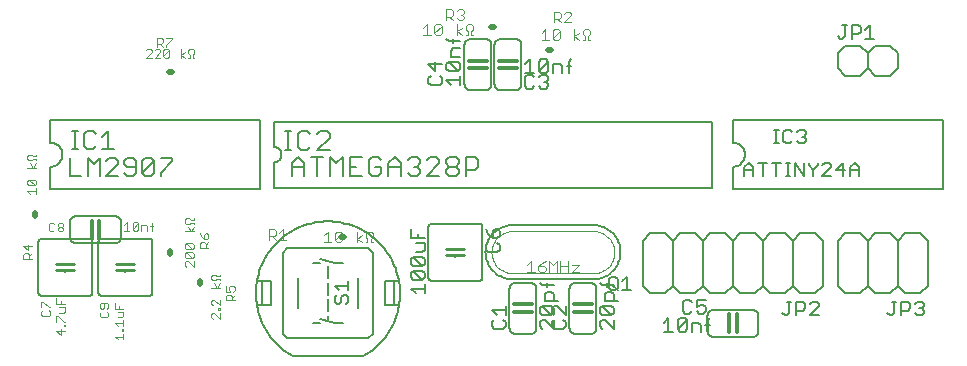
<source format=gto>
G75*
%MOIN*%
%OFA0B0*%
%FSLAX24Y24*%
%IPPOS*%
%LPD*%
%AMOC8*
5,1,8,0,0,1.08239X$1,22.5*
%
%ADD10C,0.0060*%
%ADD11C,0.0050*%
%ADD12C,0.0070*%
%ADD13C,0.0020*%
%ADD14C,0.0040*%
%ADD15C,0.0200*%
%ADD16C,0.0120*%
%ADD17C,0.0100*%
%ADD18C,0.0030*%
D10*
X000915Y002155D02*
X002515Y002155D01*
X002532Y002157D01*
X002549Y002161D01*
X002565Y002168D01*
X002579Y002178D01*
X002592Y002191D01*
X002602Y002205D01*
X002609Y002221D01*
X002613Y002238D01*
X002615Y002255D01*
X002615Y003955D01*
X002613Y003972D01*
X002609Y003989D01*
X002602Y004005D01*
X002592Y004019D01*
X002579Y004032D01*
X002565Y004042D01*
X002549Y004049D01*
X002532Y004053D01*
X002515Y004055D01*
X000915Y004055D01*
X000898Y004053D01*
X000881Y004049D01*
X000865Y004042D01*
X000851Y004032D01*
X000838Y004019D01*
X000828Y004005D01*
X000821Y003989D01*
X000817Y003972D01*
X000815Y003955D01*
X000815Y002255D01*
X000817Y002238D01*
X000821Y002221D01*
X000828Y002205D01*
X000838Y002191D01*
X000851Y002178D01*
X000865Y002168D01*
X000881Y002161D01*
X000898Y002157D01*
X000915Y002155D01*
X001715Y002955D02*
X001715Y003005D01*
X001715Y003205D02*
X001715Y003255D01*
X002065Y003905D02*
X003365Y003905D01*
X003391Y003907D01*
X003417Y003912D01*
X003442Y003920D01*
X003465Y003932D01*
X003487Y003946D01*
X003506Y003964D01*
X003524Y003983D01*
X003538Y004005D01*
X003550Y004028D01*
X003558Y004053D01*
X003563Y004079D01*
X003565Y004105D01*
X003565Y004605D01*
X003563Y004631D01*
X003558Y004657D01*
X003550Y004682D01*
X003538Y004705D01*
X003524Y004727D01*
X003506Y004746D01*
X003487Y004764D01*
X003465Y004778D01*
X003442Y004790D01*
X003417Y004798D01*
X003391Y004803D01*
X003365Y004805D01*
X002065Y004805D01*
X002039Y004803D01*
X002013Y004798D01*
X001988Y004790D01*
X001965Y004778D01*
X001943Y004764D01*
X001924Y004746D01*
X001906Y004727D01*
X001892Y004705D01*
X001880Y004682D01*
X001872Y004657D01*
X001867Y004631D01*
X001865Y004605D01*
X001865Y004105D01*
X001867Y004079D01*
X001872Y004053D01*
X001880Y004028D01*
X001892Y004005D01*
X001906Y003983D01*
X001924Y003964D01*
X001943Y003946D01*
X001965Y003932D01*
X001988Y003920D01*
X002013Y003912D01*
X002039Y003907D01*
X002065Y003905D01*
X002815Y003955D02*
X002815Y002255D01*
X002817Y002238D01*
X002821Y002221D01*
X002828Y002205D01*
X002838Y002191D01*
X002851Y002178D01*
X002865Y002168D01*
X002881Y002161D01*
X002898Y002157D01*
X002915Y002155D01*
X004515Y002155D01*
X004532Y002157D01*
X004549Y002161D01*
X004565Y002168D01*
X004579Y002178D01*
X004592Y002191D01*
X004602Y002205D01*
X004609Y002221D01*
X004613Y002238D01*
X004615Y002255D01*
X004615Y003955D01*
X004613Y003972D01*
X004609Y003989D01*
X004602Y004005D01*
X004592Y004019D01*
X004579Y004032D01*
X004565Y004042D01*
X004549Y004049D01*
X004532Y004053D01*
X004515Y004055D01*
X002915Y004055D01*
X002898Y004053D01*
X002881Y004049D01*
X002865Y004042D01*
X002851Y004032D01*
X002838Y004019D01*
X002828Y004005D01*
X002821Y003989D01*
X002817Y003972D01*
X002815Y003955D01*
X003715Y003255D02*
X003715Y003205D01*
X003715Y003005D02*
X003715Y002955D01*
X008115Y002630D02*
X008265Y002630D01*
X008265Y001830D01*
X008115Y001830D01*
X008265Y001830D02*
X008565Y001830D01*
X008565Y002630D01*
X008265Y002630D01*
X009465Y002730D02*
X009465Y001730D01*
X010215Y001380D02*
X010715Y001230D01*
X010965Y001230D01*
X010465Y001330D02*
X010465Y001480D01*
X010465Y001630D02*
X010465Y002030D01*
X010465Y002180D02*
X010465Y002580D01*
X010465Y002730D02*
X010465Y003130D01*
X010215Y003230D02*
X009965Y003230D01*
X010215Y003380D02*
X010715Y003230D01*
X010965Y003230D01*
X011815Y003730D02*
X011965Y003580D01*
X011965Y000880D01*
X011815Y000730D01*
X009115Y000730D01*
X008965Y000880D01*
X008965Y003580D01*
X009115Y003730D01*
X011815Y003730D01*
X013815Y004455D02*
X013815Y002755D01*
X013817Y002738D01*
X013821Y002721D01*
X013828Y002705D01*
X013838Y002691D01*
X013851Y002678D01*
X013865Y002668D01*
X013881Y002661D01*
X013898Y002657D01*
X013915Y002655D01*
X015515Y002655D01*
X015532Y002657D01*
X015549Y002661D01*
X015565Y002668D01*
X015579Y002678D01*
X015592Y002691D01*
X015602Y002705D01*
X015609Y002721D01*
X015613Y002738D01*
X015615Y002755D01*
X015615Y004455D01*
X015613Y004472D01*
X015609Y004489D01*
X015602Y004505D01*
X015592Y004519D01*
X015579Y004532D01*
X015565Y004542D01*
X015549Y004549D01*
X015532Y004553D01*
X015515Y004555D01*
X013915Y004555D01*
X013898Y004553D01*
X013881Y004549D01*
X013865Y004542D01*
X013851Y004532D01*
X013838Y004519D01*
X013828Y004505D01*
X013821Y004489D01*
X013817Y004472D01*
X013815Y004455D01*
X014715Y003755D02*
X014715Y003705D01*
X014715Y003505D02*
X014715Y003455D01*
X016615Y002705D02*
X016556Y002707D01*
X016498Y002713D01*
X016439Y002722D01*
X016382Y002736D01*
X016326Y002753D01*
X016271Y002774D01*
X016217Y002798D01*
X016165Y002826D01*
X016115Y002857D01*
X016067Y002891D01*
X016022Y002928D01*
X015979Y002969D01*
X015938Y003012D01*
X015901Y003057D01*
X015867Y003105D01*
X015836Y003155D01*
X015808Y003207D01*
X015784Y003261D01*
X015763Y003316D01*
X015746Y003372D01*
X015732Y003429D01*
X015723Y003488D01*
X015717Y003546D01*
X015715Y003605D01*
X015717Y003664D01*
X015723Y003722D01*
X015732Y003781D01*
X015746Y003838D01*
X015763Y003894D01*
X015784Y003949D01*
X015808Y004003D01*
X015836Y004055D01*
X015867Y004105D01*
X015901Y004153D01*
X015938Y004198D01*
X015979Y004241D01*
X016022Y004282D01*
X016067Y004319D01*
X016115Y004353D01*
X016165Y004384D01*
X016217Y004412D01*
X016271Y004436D01*
X016326Y004457D01*
X016382Y004474D01*
X016439Y004488D01*
X016498Y004497D01*
X016556Y004503D01*
X016615Y004505D01*
X019315Y004505D01*
X020965Y003980D02*
X020965Y002480D01*
X021215Y002230D01*
X021715Y002230D01*
X021965Y002480D01*
X021965Y003980D01*
X021715Y004230D01*
X021215Y004230D01*
X020965Y003980D01*
X021965Y003980D02*
X022215Y004230D01*
X022715Y004230D01*
X022965Y003980D01*
X022965Y002480D01*
X022715Y002230D01*
X022215Y002230D01*
X021965Y002480D01*
X022965Y002480D02*
X023215Y002230D01*
X023715Y002230D01*
X023965Y002480D01*
X023965Y003980D01*
X023715Y004230D01*
X023215Y004230D01*
X022965Y003980D01*
X023965Y003980D02*
X024215Y004230D01*
X024715Y004230D01*
X024965Y003980D01*
X024965Y002480D01*
X024715Y002230D01*
X024215Y002230D01*
X023965Y002480D01*
X024965Y002480D02*
X025215Y002230D01*
X025715Y002230D01*
X025965Y002480D01*
X025965Y003980D01*
X025715Y004230D01*
X025215Y004230D01*
X024965Y003980D01*
X025965Y003980D02*
X026215Y004230D01*
X026715Y004230D01*
X026965Y003980D01*
X026965Y002480D01*
X026715Y002230D01*
X026215Y002230D01*
X025965Y002480D01*
X027465Y002480D02*
X027465Y003980D01*
X027715Y004230D01*
X028215Y004230D01*
X028465Y003980D01*
X028465Y002480D01*
X028215Y002230D01*
X027715Y002230D01*
X027465Y002480D01*
X028465Y002480D02*
X028715Y002230D01*
X029215Y002230D01*
X029465Y002480D01*
X029465Y003980D01*
X029215Y004230D01*
X028715Y004230D01*
X028465Y003980D01*
X029465Y003980D02*
X029715Y004230D01*
X030215Y004230D01*
X030465Y003980D01*
X030465Y002480D01*
X030215Y002230D01*
X029715Y002230D01*
X029465Y002480D01*
X024815Y001480D02*
X024815Y000980D01*
X024813Y000954D01*
X024808Y000928D01*
X024800Y000903D01*
X024788Y000880D01*
X024774Y000858D01*
X024756Y000839D01*
X024737Y000821D01*
X024715Y000807D01*
X024692Y000795D01*
X024667Y000787D01*
X024641Y000782D01*
X024615Y000780D01*
X023315Y000780D01*
X023289Y000782D01*
X023263Y000787D01*
X023238Y000795D01*
X023215Y000807D01*
X023193Y000821D01*
X023174Y000839D01*
X023156Y000858D01*
X023142Y000880D01*
X023130Y000903D01*
X023122Y000928D01*
X023117Y000954D01*
X023115Y000980D01*
X023115Y001480D01*
X023117Y001506D01*
X023122Y001532D01*
X023130Y001557D01*
X023142Y001580D01*
X023156Y001602D01*
X023174Y001621D01*
X023193Y001639D01*
X023215Y001653D01*
X023238Y001665D01*
X023263Y001673D01*
X023289Y001678D01*
X023315Y001680D01*
X024615Y001680D01*
X024641Y001678D01*
X024667Y001673D01*
X024692Y001665D01*
X024715Y001653D01*
X024737Y001639D01*
X024756Y001621D01*
X024774Y001602D01*
X024788Y001580D01*
X024800Y001557D01*
X024808Y001532D01*
X024813Y001506D01*
X024815Y001480D01*
X019415Y001080D02*
X019415Y002380D01*
X019413Y002406D01*
X019408Y002432D01*
X019400Y002457D01*
X019388Y002480D01*
X019374Y002502D01*
X019356Y002521D01*
X019337Y002539D01*
X019315Y002553D01*
X019292Y002565D01*
X019267Y002573D01*
X019241Y002578D01*
X019215Y002580D01*
X018715Y002580D01*
X018689Y002578D01*
X018663Y002573D01*
X018638Y002565D01*
X018615Y002553D01*
X018593Y002539D01*
X018574Y002521D01*
X018556Y002502D01*
X018542Y002480D01*
X018530Y002457D01*
X018522Y002432D01*
X018517Y002406D01*
X018515Y002380D01*
X018515Y001080D01*
X018517Y001054D01*
X018522Y001028D01*
X018530Y001003D01*
X018542Y000980D01*
X018556Y000958D01*
X018574Y000939D01*
X018593Y000921D01*
X018615Y000907D01*
X018638Y000895D01*
X018663Y000887D01*
X018689Y000882D01*
X018715Y000880D01*
X019215Y000880D01*
X019241Y000882D01*
X019267Y000887D01*
X019292Y000895D01*
X019315Y000907D01*
X019337Y000921D01*
X019356Y000939D01*
X019374Y000958D01*
X019388Y000980D01*
X019400Y001003D01*
X019408Y001028D01*
X019413Y001054D01*
X019415Y001080D01*
X017415Y001080D02*
X017415Y002380D01*
X017413Y002406D01*
X017408Y002432D01*
X017400Y002457D01*
X017388Y002480D01*
X017374Y002502D01*
X017356Y002521D01*
X017337Y002539D01*
X017315Y002553D01*
X017292Y002565D01*
X017267Y002573D01*
X017241Y002578D01*
X017215Y002580D01*
X016715Y002580D01*
X016615Y002705D02*
X019315Y002705D01*
X019374Y002707D01*
X019432Y002713D01*
X019491Y002722D01*
X019548Y002736D01*
X019604Y002753D01*
X019659Y002774D01*
X019713Y002798D01*
X019765Y002826D01*
X019815Y002857D01*
X019863Y002891D01*
X019908Y002928D01*
X019951Y002969D01*
X019992Y003012D01*
X020029Y003057D01*
X020063Y003105D01*
X020094Y003155D01*
X020122Y003207D01*
X020146Y003261D01*
X020167Y003316D01*
X020184Y003372D01*
X020198Y003429D01*
X020207Y003488D01*
X020213Y003546D01*
X020215Y003605D01*
X020213Y003664D01*
X020207Y003722D01*
X020198Y003781D01*
X020184Y003838D01*
X020167Y003894D01*
X020146Y003949D01*
X020122Y004003D01*
X020094Y004055D01*
X020063Y004105D01*
X020029Y004153D01*
X019992Y004198D01*
X019951Y004241D01*
X019908Y004282D01*
X019863Y004319D01*
X019815Y004353D01*
X019765Y004384D01*
X019713Y004412D01*
X019659Y004436D01*
X019604Y004457D01*
X019548Y004474D01*
X019491Y004488D01*
X019432Y004497D01*
X019374Y004503D01*
X019315Y004505D01*
X023265Y005755D02*
X023265Y007955D01*
X008665Y007955D01*
X008665Y007105D01*
X008695Y007103D01*
X008725Y007098D01*
X008754Y007089D01*
X008781Y007076D01*
X008807Y007061D01*
X008831Y007042D01*
X008852Y007021D01*
X008871Y006997D01*
X008886Y006971D01*
X008899Y006944D01*
X008908Y006915D01*
X008913Y006885D01*
X008915Y006855D01*
X008913Y006825D01*
X008908Y006795D01*
X008899Y006766D01*
X008886Y006739D01*
X008871Y006713D01*
X008852Y006689D01*
X008831Y006668D01*
X008807Y006649D01*
X008781Y006634D01*
X008754Y006621D01*
X008725Y006612D01*
X008695Y006607D01*
X008665Y006605D01*
X008665Y005755D01*
X023265Y005755D01*
X023965Y005705D02*
X023965Y006455D01*
X024004Y006457D01*
X024043Y006463D01*
X024081Y006472D01*
X024118Y006485D01*
X024154Y006502D01*
X024187Y006522D01*
X024219Y006546D01*
X024248Y006572D01*
X024274Y006601D01*
X024298Y006633D01*
X024318Y006666D01*
X024335Y006702D01*
X024348Y006739D01*
X024357Y006777D01*
X024363Y006816D01*
X024365Y006855D01*
X024363Y006894D01*
X024357Y006933D01*
X024348Y006971D01*
X024335Y007008D01*
X024318Y007044D01*
X024298Y007077D01*
X024274Y007109D01*
X024248Y007138D01*
X024219Y007164D01*
X024187Y007188D01*
X024154Y007208D01*
X024118Y007225D01*
X024081Y007238D01*
X024043Y007247D01*
X024004Y007253D01*
X023965Y007255D01*
X023965Y008005D01*
X030965Y008005D01*
X030965Y005705D01*
X023965Y005705D01*
X016715Y009005D02*
X016215Y009005D01*
X016189Y009007D01*
X016163Y009012D01*
X016138Y009020D01*
X016115Y009032D01*
X016093Y009046D01*
X016074Y009064D01*
X016056Y009083D01*
X016042Y009105D01*
X016030Y009128D01*
X016022Y009153D01*
X016017Y009179D01*
X016015Y009205D01*
X016015Y010505D01*
X015915Y010505D02*
X015915Y009205D01*
X015913Y009179D01*
X015908Y009153D01*
X015900Y009128D01*
X015888Y009105D01*
X015874Y009083D01*
X015856Y009064D01*
X015837Y009046D01*
X015815Y009032D01*
X015792Y009020D01*
X015767Y009012D01*
X015741Y009007D01*
X015715Y009005D01*
X015215Y009005D01*
X015189Y009007D01*
X015163Y009012D01*
X015138Y009020D01*
X015115Y009032D01*
X015093Y009046D01*
X015074Y009064D01*
X015056Y009083D01*
X015042Y009105D01*
X015030Y009128D01*
X015022Y009153D01*
X015017Y009179D01*
X015015Y009205D01*
X015015Y010505D01*
X015017Y010531D01*
X015022Y010557D01*
X015030Y010582D01*
X015042Y010605D01*
X015056Y010627D01*
X015074Y010646D01*
X015093Y010664D01*
X015115Y010678D01*
X015138Y010690D01*
X015163Y010698D01*
X015189Y010703D01*
X015215Y010705D01*
X015715Y010705D01*
X015741Y010703D01*
X015767Y010698D01*
X015792Y010690D01*
X015815Y010678D01*
X015837Y010664D01*
X015856Y010646D01*
X015874Y010627D01*
X015888Y010605D01*
X015900Y010582D01*
X015908Y010557D01*
X015913Y010531D01*
X015915Y010505D01*
X016015Y010505D02*
X016017Y010531D01*
X016022Y010557D01*
X016030Y010582D01*
X016042Y010605D01*
X016056Y010627D01*
X016074Y010646D01*
X016093Y010664D01*
X016115Y010678D01*
X016138Y010690D01*
X016163Y010698D01*
X016189Y010703D01*
X016215Y010705D01*
X016715Y010705D01*
X016741Y010703D01*
X016767Y010698D01*
X016792Y010690D01*
X016815Y010678D01*
X016837Y010664D01*
X016856Y010646D01*
X016874Y010627D01*
X016888Y010605D01*
X016900Y010582D01*
X016908Y010557D01*
X016913Y010531D01*
X016915Y010505D01*
X016915Y009205D01*
X016913Y009179D01*
X016908Y009153D01*
X016900Y009128D01*
X016888Y009105D01*
X016874Y009083D01*
X016856Y009064D01*
X016837Y009046D01*
X016815Y009032D01*
X016792Y009020D01*
X016767Y009012D01*
X016741Y009007D01*
X016715Y009005D01*
X008215Y008005D02*
X008215Y005705D01*
X001215Y005705D01*
X001215Y006455D01*
X001254Y006457D01*
X001293Y006463D01*
X001331Y006472D01*
X001368Y006485D01*
X001404Y006502D01*
X001437Y006522D01*
X001469Y006546D01*
X001498Y006572D01*
X001524Y006601D01*
X001548Y006633D01*
X001568Y006666D01*
X001585Y006702D01*
X001598Y006739D01*
X001607Y006777D01*
X001613Y006816D01*
X001615Y006855D01*
X001613Y006894D01*
X001607Y006933D01*
X001598Y006971D01*
X001585Y007008D01*
X001568Y007044D01*
X001548Y007077D01*
X001524Y007109D01*
X001498Y007138D01*
X001469Y007164D01*
X001437Y007188D01*
X001404Y007208D01*
X001368Y007225D01*
X001331Y007238D01*
X001293Y007247D01*
X001254Y007253D01*
X001215Y007255D01*
X001215Y008005D01*
X008215Y008005D01*
X011465Y002730D02*
X011465Y001730D01*
X012365Y001830D02*
X012665Y001830D01*
X012665Y002630D01*
X012365Y002630D01*
X012365Y001830D01*
X012665Y001830D02*
X012815Y001830D01*
X012815Y002630D02*
X012665Y002630D01*
X011627Y000130D02*
X011711Y000179D01*
X011793Y000231D01*
X011873Y000287D01*
X011951Y000345D01*
X012026Y000407D01*
X012099Y000472D01*
X012169Y000540D01*
X012236Y000610D01*
X012300Y000683D01*
X012361Y000759D01*
X012419Y000837D01*
X012474Y000917D01*
X012526Y001000D01*
X012574Y001084D01*
X012619Y001171D01*
X012660Y001259D01*
X012697Y001349D01*
X012731Y001440D01*
X012761Y001533D01*
X012788Y001626D01*
X012810Y001721D01*
X012829Y001816D01*
X012844Y001913D01*
X012855Y002009D01*
X012862Y002106D01*
X012865Y002204D01*
X012864Y002301D01*
X012859Y002398D01*
X012850Y002495D01*
X012838Y002592D01*
X012821Y002688D01*
X012800Y002783D01*
X012776Y002877D01*
X012748Y002970D01*
X012716Y003062D01*
X012681Y003153D01*
X012641Y003242D01*
X012598Y003329D01*
X012552Y003415D01*
X012502Y003498D01*
X012449Y003580D01*
X012393Y003659D01*
X012333Y003736D01*
X012271Y003811D01*
X012205Y003883D01*
X012137Y003952D01*
X012066Y004018D01*
X011992Y004082D01*
X011915Y004142D01*
X011837Y004199D01*
X011756Y004253D01*
X011673Y004304D01*
X011587Y004351D01*
X011501Y004395D01*
X011412Y004435D01*
X011322Y004472D01*
X011230Y004505D01*
X011137Y004534D01*
X011043Y004559D01*
X010948Y004581D01*
X010853Y004598D01*
X010756Y004612D01*
X010659Y004622D01*
X010562Y004628D01*
X010465Y004630D01*
X010368Y004628D01*
X010271Y004622D01*
X010174Y004612D01*
X010077Y004598D01*
X009982Y004581D01*
X009887Y004559D01*
X009793Y004534D01*
X009700Y004505D01*
X009608Y004472D01*
X009518Y004435D01*
X009429Y004395D01*
X009343Y004351D01*
X009257Y004304D01*
X009174Y004253D01*
X009093Y004199D01*
X009015Y004142D01*
X008938Y004082D01*
X008864Y004018D01*
X008793Y003952D01*
X008725Y003883D01*
X008659Y003811D01*
X008597Y003736D01*
X008537Y003659D01*
X008481Y003580D01*
X008428Y003498D01*
X008378Y003415D01*
X008332Y003329D01*
X008289Y003242D01*
X008249Y003153D01*
X008214Y003062D01*
X008182Y002970D01*
X008154Y002877D01*
X008130Y002783D01*
X008109Y002688D01*
X008092Y002592D01*
X008080Y002495D01*
X008071Y002398D01*
X008066Y002301D01*
X008065Y002204D01*
X008068Y002106D01*
X008075Y002009D01*
X008086Y001913D01*
X008101Y001816D01*
X008120Y001721D01*
X008142Y001626D01*
X008169Y001533D01*
X008199Y001440D01*
X008233Y001349D01*
X008270Y001259D01*
X008311Y001171D01*
X008356Y001084D01*
X008404Y001000D01*
X008456Y000917D01*
X008511Y000837D01*
X008569Y000759D01*
X008630Y000683D01*
X008694Y000610D01*
X008761Y000540D01*
X008831Y000472D01*
X008904Y000407D01*
X008979Y000345D01*
X009057Y000287D01*
X009137Y000231D01*
X009219Y000179D01*
X009303Y000130D01*
X011627Y000130D01*
X010215Y001230D02*
X009965Y001230D01*
X016515Y001080D02*
X016515Y002380D01*
X016517Y002406D01*
X016522Y002432D01*
X016530Y002457D01*
X016542Y002480D01*
X016556Y002502D01*
X016574Y002521D01*
X016593Y002539D01*
X016615Y002553D01*
X016638Y002565D01*
X016663Y002573D01*
X016689Y002578D01*
X016715Y002580D01*
X016515Y001080D02*
X016517Y001054D01*
X016522Y001028D01*
X016530Y001003D01*
X016542Y000980D01*
X016556Y000958D01*
X016574Y000939D01*
X016593Y000921D01*
X016615Y000907D01*
X016638Y000895D01*
X016663Y000887D01*
X016689Y000882D01*
X016715Y000880D01*
X017215Y000880D01*
X017241Y000882D01*
X017267Y000887D01*
X017292Y000895D01*
X017315Y000907D01*
X017337Y000921D01*
X017356Y000939D01*
X017374Y000958D01*
X017388Y000980D01*
X017400Y001003D01*
X017408Y001028D01*
X017413Y001054D01*
X017415Y001080D01*
X027465Y009730D02*
X027715Y009480D01*
X028215Y009480D01*
X028465Y009730D01*
X028715Y009480D01*
X029215Y009480D01*
X029465Y009730D01*
X029465Y010230D01*
X029215Y010480D01*
X028715Y010480D01*
X028465Y010230D01*
X028465Y009730D01*
X027465Y009730D02*
X027465Y010230D01*
X027715Y010480D01*
X028215Y010480D01*
X028465Y010230D01*
D11*
X028531Y010725D02*
X028531Y011175D01*
X028381Y011025D01*
X028221Y010950D02*
X028146Y010875D01*
X027920Y010875D01*
X027685Y010800D02*
X027685Y011175D01*
X027610Y011175D02*
X027760Y011175D01*
X027920Y011175D02*
X028146Y011175D01*
X028221Y011100D01*
X028221Y010950D01*
X027685Y010800D02*
X027610Y010725D01*
X027535Y010725D01*
X027460Y010800D01*
X027920Y010725D02*
X027920Y011175D01*
X028381Y010725D02*
X028681Y010725D01*
X026330Y007680D02*
X026405Y007605D01*
X026405Y007530D01*
X026330Y007455D01*
X026405Y007380D01*
X026405Y007305D01*
X026330Y007230D01*
X026180Y007230D01*
X026105Y007305D01*
X025944Y007305D02*
X025869Y007230D01*
X025719Y007230D01*
X025644Y007305D01*
X025644Y007605D01*
X025719Y007680D01*
X025869Y007680D01*
X025944Y007605D01*
X026105Y007605D02*
X026180Y007680D01*
X026330Y007680D01*
X026330Y007455D02*
X026255Y007455D01*
X025487Y007230D02*
X025337Y007230D01*
X025412Y007230D02*
X025412Y007680D01*
X025337Y007680D02*
X025487Y007680D01*
X025561Y006580D02*
X025261Y006580D01*
X025411Y006580D02*
X025411Y006130D01*
X025721Y006130D02*
X025871Y006130D01*
X025796Y006130D02*
X025796Y006580D01*
X025721Y006580D02*
X025871Y006580D01*
X026028Y006580D02*
X026328Y006130D01*
X026328Y006580D01*
X026488Y006580D02*
X026488Y006505D01*
X026639Y006355D01*
X026639Y006130D01*
X026949Y006130D02*
X027249Y006430D01*
X027249Y006505D01*
X027174Y006580D01*
X027024Y006580D01*
X026949Y006505D01*
X026789Y006505D02*
X026789Y006580D01*
X026789Y006505D02*
X026639Y006355D01*
X026949Y006130D02*
X027249Y006130D01*
X027634Y006130D02*
X027634Y006580D01*
X027409Y006355D01*
X027710Y006355D01*
X027870Y006355D02*
X028170Y006355D01*
X028170Y006430D02*
X028170Y006130D01*
X027870Y006130D02*
X027870Y006430D01*
X028020Y006580D01*
X028170Y006430D01*
X026028Y006580D02*
X026028Y006130D01*
X024951Y006130D02*
X024951Y006580D01*
X025101Y006580D02*
X024800Y006580D01*
X024640Y006430D02*
X024640Y006130D01*
X024340Y006130D02*
X024340Y006430D01*
X024490Y006580D01*
X024640Y006430D01*
X024640Y006355D02*
X024340Y006355D01*
X017801Y009130D02*
X017726Y009055D01*
X017575Y009055D01*
X017500Y009130D01*
X017340Y009130D02*
X017265Y009055D01*
X017115Y009055D01*
X017040Y009130D01*
X017040Y009430D01*
X017115Y009505D01*
X017265Y009505D01*
X017340Y009430D01*
X017340Y009580D02*
X017040Y009580D01*
X017190Y009580D02*
X017190Y010030D01*
X017040Y009880D01*
X017500Y009955D02*
X017500Y009655D01*
X017801Y009955D01*
X017801Y009655D01*
X017726Y009580D01*
X017575Y009580D01*
X017500Y009655D01*
X017575Y009505D02*
X017726Y009505D01*
X017801Y009430D01*
X017801Y009355D01*
X017726Y009280D01*
X017801Y009205D01*
X017801Y009130D01*
X017726Y009280D02*
X017651Y009280D01*
X017500Y009430D02*
X017575Y009505D01*
X017961Y009580D02*
X017961Y009880D01*
X018186Y009880D01*
X018261Y009805D01*
X018261Y009580D01*
X018496Y009580D02*
X018496Y009955D01*
X018571Y010030D01*
X018571Y009805D02*
X018421Y009805D01*
X017801Y009955D02*
X017726Y010030D01*
X017575Y010030D01*
X017500Y009955D01*
X014865Y009866D02*
X014865Y009715D01*
X014790Y009640D01*
X014490Y009941D01*
X014790Y009941D01*
X014865Y009866D01*
X014490Y009941D02*
X014415Y009866D01*
X014415Y009715D01*
X014490Y009640D01*
X014790Y009640D01*
X014865Y009480D02*
X014865Y009180D01*
X014865Y009330D02*
X014415Y009330D01*
X014565Y009180D01*
X014265Y009255D02*
X014265Y009405D01*
X014190Y009480D01*
X014040Y009640D02*
X014040Y009941D01*
X014265Y009866D02*
X013815Y009866D01*
X014040Y009640D01*
X013890Y009480D02*
X013815Y009405D01*
X013815Y009255D01*
X013890Y009180D01*
X014190Y009180D01*
X014265Y009255D01*
X014565Y010101D02*
X014565Y010326D01*
X014640Y010401D01*
X014865Y010401D01*
X014640Y010561D02*
X014640Y010711D01*
X014490Y010636D02*
X014865Y010636D01*
X014490Y010636D02*
X014415Y010711D01*
X014565Y010101D02*
X014865Y010101D01*
X015740Y004370D02*
X015815Y004220D01*
X015965Y004070D01*
X015965Y004295D01*
X016040Y004370D01*
X016115Y004370D01*
X016190Y004295D01*
X016190Y004145D01*
X016115Y004070D01*
X015965Y004070D01*
X016115Y003909D02*
X016190Y003834D01*
X016190Y003684D01*
X016115Y003609D01*
X015815Y003609D01*
X015740Y003684D01*
X015740Y003834D01*
X015815Y003909D01*
X013690Y003909D02*
X013690Y003684D01*
X013615Y003609D01*
X013390Y003609D01*
X013315Y003449D02*
X013615Y003149D01*
X013690Y003224D01*
X013690Y003374D01*
X013615Y003449D01*
X013315Y003449D01*
X013240Y003374D01*
X013240Y003224D01*
X013315Y003149D01*
X013615Y003149D01*
X013615Y002989D02*
X013315Y002989D01*
X013615Y002688D01*
X013690Y002763D01*
X013690Y002914D01*
X013615Y002989D01*
X013315Y002989D02*
X013240Y002914D01*
X013240Y002763D01*
X013315Y002688D01*
X013615Y002688D01*
X013690Y002528D02*
X013690Y002228D01*
X013690Y002378D02*
X013240Y002378D01*
X013390Y002228D01*
X011140Y002340D02*
X011140Y002641D01*
X011140Y002491D02*
X010690Y002491D01*
X010840Y002340D01*
X010765Y002180D02*
X010690Y002105D01*
X010690Y001955D01*
X010765Y001880D01*
X010840Y001880D01*
X010915Y001955D01*
X010915Y002105D01*
X010990Y002180D01*
X011065Y002180D01*
X011140Y002105D01*
X011140Y001955D01*
X011065Y001880D01*
X015940Y001666D02*
X016090Y001515D01*
X016015Y001355D02*
X015940Y001280D01*
X015940Y001130D01*
X016015Y001055D01*
X016315Y001055D01*
X016390Y001130D01*
X016390Y001280D01*
X016315Y001355D01*
X016390Y001515D02*
X016390Y001816D01*
X016390Y001666D02*
X015940Y001666D01*
X017540Y001590D02*
X017540Y001741D01*
X017615Y001816D01*
X017915Y001515D01*
X017990Y001590D01*
X017990Y001741D01*
X017915Y001816D01*
X017615Y001816D01*
X017690Y001976D02*
X017690Y002201D01*
X017765Y002276D01*
X017915Y002276D01*
X017990Y002201D01*
X017990Y001976D01*
X018140Y001976D02*
X017690Y001976D01*
X017940Y001741D02*
X018015Y001816D01*
X018090Y001816D01*
X018390Y001515D01*
X018390Y001816D01*
X017940Y001741D02*
X017940Y001590D01*
X018015Y001515D01*
X017915Y001515D02*
X017615Y001515D01*
X017540Y001590D01*
X017615Y001355D02*
X017540Y001280D01*
X017540Y001130D01*
X017615Y001055D01*
X017690Y001355D02*
X017990Y001055D01*
X017990Y001355D01*
X018015Y001355D02*
X017940Y001280D01*
X017940Y001130D01*
X018015Y001055D01*
X018315Y001055D01*
X018390Y001130D01*
X018390Y001280D01*
X018315Y001355D01*
X017690Y001355D02*
X017615Y001355D01*
X019540Y001280D02*
X019540Y001130D01*
X019615Y001055D01*
X019690Y001355D02*
X019990Y001055D01*
X019990Y001355D01*
X019915Y001515D02*
X019615Y001515D01*
X019540Y001590D01*
X019540Y001741D01*
X019615Y001816D01*
X019915Y001515D01*
X019990Y001590D01*
X019990Y001741D01*
X019915Y001816D01*
X019615Y001816D01*
X019690Y001976D02*
X019690Y002201D01*
X019765Y002276D01*
X019915Y002276D01*
X019990Y002201D01*
X019990Y001976D01*
X020140Y001976D02*
X019690Y001976D01*
X019894Y002330D02*
X019819Y002405D01*
X019819Y002705D01*
X019894Y002780D01*
X020044Y002780D01*
X020119Y002705D01*
X020119Y002405D01*
X020044Y002330D01*
X019894Y002330D01*
X019765Y002436D02*
X019765Y002586D01*
X019615Y002511D02*
X019540Y002586D01*
X019615Y002511D02*
X019990Y002511D01*
X019969Y002480D02*
X020119Y002330D01*
X020280Y002330D02*
X020580Y002330D01*
X020430Y002330D02*
X020430Y002780D01*
X020280Y002630D01*
X022290Y001930D02*
X022290Y001630D01*
X022365Y001555D01*
X022515Y001555D01*
X022590Y001630D01*
X022750Y001630D02*
X022825Y001555D01*
X022976Y001555D01*
X023051Y001630D01*
X023051Y001780D01*
X022976Y001855D01*
X022901Y001855D01*
X022750Y001780D01*
X022750Y002005D01*
X023051Y002005D01*
X022590Y001930D02*
X022515Y002005D01*
X022365Y002005D01*
X022290Y001930D01*
X022351Y001405D02*
X022426Y001330D01*
X022125Y001030D01*
X022200Y000955D01*
X022351Y000955D01*
X022426Y001030D01*
X022426Y001330D01*
X022351Y001405D02*
X022200Y001405D01*
X022125Y001330D01*
X022125Y001030D01*
X021965Y000955D02*
X021665Y000955D01*
X021815Y000955D02*
X021815Y001405D01*
X021665Y001255D01*
X022586Y001255D02*
X022586Y000955D01*
X022886Y000955D02*
X022886Y001180D01*
X022811Y001255D01*
X022586Y001255D01*
X023046Y001180D02*
X023196Y001180D01*
X023121Y001330D02*
X023121Y000955D01*
X023121Y001330D02*
X023196Y001405D01*
X025609Y001580D02*
X025684Y001505D01*
X025759Y001505D01*
X025834Y001580D01*
X025834Y001955D01*
X025759Y001955D02*
X025909Y001955D01*
X026069Y001955D02*
X026294Y001955D01*
X026369Y001880D01*
X026369Y001730D01*
X026294Y001655D01*
X026069Y001655D01*
X026069Y001505D02*
X026069Y001955D01*
X026530Y001880D02*
X026605Y001955D01*
X026755Y001955D01*
X026830Y001880D01*
X026830Y001805D01*
X026530Y001505D01*
X026830Y001505D01*
X029109Y001580D02*
X029184Y001505D01*
X029259Y001505D01*
X029334Y001580D01*
X029334Y001955D01*
X029259Y001955D02*
X029409Y001955D01*
X029569Y001955D02*
X029794Y001955D01*
X029869Y001880D01*
X029869Y001730D01*
X029794Y001655D01*
X029569Y001655D01*
X029569Y001505D02*
X029569Y001955D01*
X030030Y001880D02*
X030105Y001955D01*
X030255Y001955D01*
X030330Y001880D01*
X030330Y001805D01*
X030255Y001730D01*
X030330Y001655D01*
X030330Y001580D01*
X030255Y001505D01*
X030105Y001505D01*
X030030Y001580D01*
X030180Y001730D02*
X030255Y001730D01*
X019690Y001355D02*
X019615Y001355D01*
X019540Y001280D01*
X017990Y002511D02*
X017615Y002511D01*
X017540Y002586D01*
X017765Y002586D02*
X017765Y002436D01*
X013690Y003909D02*
X013390Y003909D01*
X013465Y004070D02*
X013465Y004220D01*
X013690Y004070D02*
X013240Y004070D01*
X013240Y004370D01*
D12*
X013222Y006140D02*
X013117Y006245D01*
X013222Y006140D02*
X013433Y006140D01*
X013538Y006245D01*
X013538Y006350D01*
X013433Y006455D01*
X013327Y006455D01*
X013433Y006455D02*
X013538Y006560D01*
X013538Y006665D01*
X013433Y006771D01*
X013222Y006771D01*
X013117Y006665D01*
X012893Y006560D02*
X012893Y006140D01*
X012473Y006140D02*
X012473Y006560D01*
X012683Y006771D01*
X012893Y006560D01*
X012893Y006455D02*
X012473Y006455D01*
X012249Y006455D02*
X012038Y006455D01*
X012249Y006455D02*
X012249Y006245D01*
X012143Y006140D01*
X011933Y006140D01*
X011828Y006245D01*
X011828Y006665D01*
X011933Y006771D01*
X012143Y006771D01*
X012249Y006665D01*
X011604Y006771D02*
X011184Y006771D01*
X011184Y006140D01*
X011604Y006140D01*
X010959Y006140D02*
X010959Y006771D01*
X010749Y006560D01*
X010539Y006771D01*
X010539Y006140D01*
X010105Y006140D02*
X010105Y006771D01*
X009895Y006771D02*
X010315Y006771D01*
X010105Y007005D02*
X010526Y007425D01*
X010526Y007530D01*
X010421Y007636D01*
X010211Y007636D01*
X010105Y007530D01*
X009881Y007530D02*
X009776Y007636D01*
X009566Y007636D01*
X009461Y007530D01*
X009461Y007110D01*
X009566Y007005D01*
X009776Y007005D01*
X009881Y007110D01*
X010105Y007005D02*
X010526Y007005D01*
X009670Y006560D02*
X009460Y006771D01*
X009250Y006560D01*
X009250Y006140D01*
X009670Y006140D02*
X009670Y006560D01*
X009670Y006455D02*
X009250Y006455D01*
X009241Y007005D02*
X009031Y007005D01*
X009136Y007005D02*
X009136Y007636D01*
X009031Y007636D02*
X009241Y007636D01*
X011184Y006455D02*
X011394Y006455D01*
X013762Y006665D02*
X013867Y006771D01*
X014077Y006771D01*
X014182Y006665D01*
X014182Y006560D01*
X013762Y006140D01*
X014182Y006140D01*
X014406Y006245D02*
X014406Y006350D01*
X014511Y006455D01*
X014722Y006455D01*
X014827Y006350D01*
X014827Y006245D01*
X014722Y006140D01*
X014511Y006140D01*
X014406Y006245D01*
X014511Y006455D02*
X014406Y006560D01*
X014406Y006665D01*
X014511Y006771D01*
X014722Y006771D01*
X014827Y006665D01*
X014827Y006560D01*
X014722Y006455D01*
X015051Y006350D02*
X015366Y006350D01*
X015471Y006455D01*
X015471Y006665D01*
X015366Y006771D01*
X015051Y006771D01*
X015051Y006140D01*
X005282Y006632D02*
X004889Y006238D01*
X004889Y006140D01*
X004675Y006238D02*
X004576Y006140D01*
X004379Y006140D01*
X004281Y006238D01*
X004675Y006632D01*
X004675Y006238D01*
X004281Y006238D02*
X004281Y006632D01*
X004379Y006731D01*
X004576Y006731D01*
X004675Y006632D01*
X004889Y006731D02*
X005282Y006731D01*
X005282Y006632D01*
X004067Y006632D02*
X004067Y006238D01*
X003968Y006140D01*
X003772Y006140D01*
X003673Y006238D01*
X003459Y006140D02*
X003065Y006140D01*
X003459Y006534D01*
X003459Y006632D01*
X003361Y006731D01*
X003164Y006731D01*
X003065Y006632D01*
X002851Y006731D02*
X002851Y006140D01*
X002458Y006140D02*
X002458Y006731D01*
X002655Y006534D01*
X002851Y006731D01*
X003673Y006632D02*
X003673Y006534D01*
X003772Y006435D01*
X004067Y006435D01*
X004067Y006632D02*
X003968Y006731D01*
X003772Y006731D01*
X003673Y006632D01*
X003332Y007040D02*
X002938Y007040D01*
X003135Y007040D02*
X003135Y007631D01*
X002938Y007434D01*
X002724Y007532D02*
X002625Y007631D01*
X002429Y007631D01*
X002330Y007532D01*
X002330Y007138D01*
X002429Y007040D01*
X002625Y007040D01*
X002724Y007138D01*
X002122Y007040D02*
X001925Y007040D01*
X002023Y007040D02*
X002023Y007631D01*
X001925Y007631D02*
X002122Y007631D01*
X001850Y006731D02*
X001850Y006140D01*
X002244Y006140D01*
D13*
X016615Y004305D02*
X019315Y004305D01*
X019366Y004303D01*
X019417Y004298D01*
X019467Y004288D01*
X019517Y004275D01*
X019565Y004259D01*
X019612Y004239D01*
X019658Y004215D01*
X019701Y004189D01*
X019743Y004159D01*
X019782Y004126D01*
X019819Y004091D01*
X019853Y004053D01*
X019884Y004012D01*
X019913Y003970D01*
X019938Y003925D01*
X019959Y003879D01*
X019978Y003831D01*
X019992Y003782D01*
X020003Y003732D01*
X020011Y003682D01*
X020015Y003631D01*
X020015Y003579D01*
X020011Y003528D01*
X020003Y003478D01*
X019992Y003428D01*
X019978Y003379D01*
X019959Y003331D01*
X019938Y003285D01*
X019913Y003240D01*
X019884Y003198D01*
X019853Y003157D01*
X019819Y003119D01*
X019782Y003084D01*
X019743Y003051D01*
X019701Y003021D01*
X019658Y002995D01*
X019612Y002971D01*
X019565Y002951D01*
X019517Y002935D01*
X019467Y002922D01*
X019417Y002912D01*
X019366Y002907D01*
X019315Y002905D01*
X016615Y002905D01*
X016564Y002907D01*
X016513Y002912D01*
X016463Y002922D01*
X016413Y002935D01*
X016365Y002951D01*
X016318Y002971D01*
X016272Y002995D01*
X016229Y003021D01*
X016187Y003051D01*
X016148Y003084D01*
X016111Y003119D01*
X016077Y003157D01*
X016046Y003198D01*
X016017Y003240D01*
X015992Y003285D01*
X015971Y003331D01*
X015952Y003379D01*
X015938Y003428D01*
X015927Y003478D01*
X015919Y003528D01*
X015915Y003579D01*
X015915Y003631D01*
X015919Y003682D01*
X015927Y003732D01*
X015938Y003782D01*
X015952Y003831D01*
X015971Y003879D01*
X015992Y003925D01*
X016017Y003970D01*
X016046Y004012D01*
X016077Y004053D01*
X016111Y004091D01*
X016148Y004126D01*
X016187Y004159D01*
X016229Y004189D01*
X016272Y004215D01*
X016318Y004239D01*
X016365Y004259D01*
X016413Y004275D01*
X016463Y004288D01*
X016513Y004298D01*
X016564Y004303D01*
X016615Y004305D01*
D14*
X017230Y003310D02*
X017230Y002950D01*
X017110Y002950D02*
X017350Y002950D01*
X017478Y003010D02*
X017478Y003130D01*
X017658Y003130D01*
X017719Y003070D01*
X017719Y003010D01*
X017658Y002950D01*
X017538Y002950D01*
X017478Y003010D01*
X017478Y003130D02*
X017598Y003250D01*
X017719Y003310D01*
X017847Y003310D02*
X017967Y003190D01*
X018087Y003310D01*
X018087Y002950D01*
X018215Y002950D02*
X018215Y003310D01*
X018455Y003310D02*
X018455Y002950D01*
X018583Y002950D02*
X018823Y002950D01*
X018823Y003190D02*
X018583Y002950D01*
X018455Y003130D02*
X018215Y003130D01*
X018583Y003190D02*
X018823Y003190D01*
X017847Y003310D02*
X017847Y002950D01*
X017230Y003310D02*
X017110Y003190D01*
X011955Y003935D02*
X011897Y003935D01*
X011897Y004052D01*
X011955Y004110D01*
X011955Y004227D01*
X011897Y004285D01*
X011780Y004285D01*
X011722Y004227D01*
X011722Y004110D01*
X011780Y004052D01*
X011780Y003935D01*
X011722Y003935D01*
X011597Y003935D02*
X011422Y004052D01*
X011597Y004169D01*
X011422Y004285D02*
X011422Y003935D01*
X010938Y003993D02*
X010879Y003935D01*
X010762Y003935D01*
X010704Y003993D01*
X010938Y004227D01*
X010938Y003993D01*
X010704Y003993D02*
X010704Y004227D01*
X010762Y004285D01*
X010879Y004285D01*
X010938Y004227D01*
X010462Y004285D02*
X010345Y004169D01*
X010462Y004285D02*
X010462Y003935D01*
X010345Y003935D02*
X010579Y003935D01*
X009078Y004010D02*
X008844Y004010D01*
X008961Y004010D02*
X008961Y004360D01*
X008844Y004244D01*
X008719Y004302D02*
X008719Y004185D01*
X008660Y004127D01*
X008485Y004127D01*
X008602Y004127D02*
X008719Y004010D01*
X008485Y004010D02*
X008485Y004360D01*
X008660Y004360D01*
X008719Y004302D01*
X017595Y010685D02*
X017829Y010685D01*
X017712Y010685D02*
X017712Y011035D01*
X017595Y010919D01*
X017954Y010977D02*
X018012Y011035D01*
X018129Y011035D01*
X018188Y010977D01*
X017954Y010743D01*
X018012Y010685D01*
X018129Y010685D01*
X018188Y010743D01*
X018188Y010977D01*
X017954Y010977D02*
X017954Y010743D01*
X018672Y010685D02*
X018672Y011035D01*
X018847Y010919D02*
X018672Y010802D01*
X018847Y010685D01*
X018972Y010685D02*
X019030Y010685D01*
X019030Y010802D01*
X018972Y010860D01*
X018972Y010977D01*
X019030Y011035D01*
X019147Y011035D01*
X019205Y010977D01*
X019205Y010860D01*
X019147Y010802D01*
X019147Y010685D01*
X019205Y010685D01*
X018578Y011260D02*
X018344Y011260D01*
X018578Y011494D01*
X018578Y011552D01*
X018519Y011610D01*
X018402Y011610D01*
X018344Y011552D01*
X018219Y011552D02*
X018219Y011435D01*
X018160Y011377D01*
X017985Y011377D01*
X018102Y011377D02*
X018219Y011260D01*
X017985Y011260D02*
X017985Y011610D01*
X018160Y011610D01*
X018219Y011552D01*
X015297Y011140D02*
X015297Y011020D01*
X015237Y010960D01*
X015237Y010840D01*
X015297Y010840D01*
X015117Y010840D02*
X015117Y010960D01*
X015057Y011020D01*
X015057Y011140D01*
X015117Y011200D01*
X015237Y011200D01*
X015297Y011140D01*
X014930Y011080D02*
X014750Y010960D01*
X014930Y010840D01*
X015057Y010840D02*
X015117Y010840D01*
X014750Y010840D02*
X014750Y011200D01*
X014823Y011335D02*
X014763Y011395D01*
X014823Y011335D02*
X014943Y011335D01*
X015004Y011395D01*
X015004Y011455D01*
X014943Y011515D01*
X014883Y011515D01*
X014943Y011515D02*
X015004Y011575D01*
X015004Y011635D01*
X014943Y011695D01*
X014823Y011695D01*
X014763Y011635D01*
X014635Y011635D02*
X014635Y011515D01*
X014575Y011455D01*
X014395Y011455D01*
X014395Y011335D02*
X014395Y011695D01*
X014575Y011695D01*
X014635Y011635D01*
X014515Y011455D02*
X014635Y011335D01*
X014254Y011140D02*
X014013Y010900D01*
X014073Y010840D01*
X014193Y010840D01*
X014254Y010900D01*
X014254Y011140D01*
X014193Y011200D01*
X014073Y011200D01*
X014013Y011140D01*
X014013Y010900D01*
X013885Y010840D02*
X013645Y010840D01*
X013765Y010840D02*
X013765Y011200D01*
X013645Y011080D01*
D15*
X015915Y011105D02*
X016015Y011105D01*
X017790Y010355D02*
X017890Y010355D01*
X005265Y009605D02*
X005165Y009605D01*
X000715Y004905D02*
X000715Y004805D01*
X005215Y003655D02*
X005215Y003555D01*
X006215Y002655D02*
X006215Y002555D01*
X010915Y004105D02*
X011015Y004105D01*
D16*
X016665Y001860D02*
X017265Y001860D01*
X017265Y001610D02*
X016665Y001610D01*
X018665Y001610D02*
X019265Y001610D01*
X019265Y001860D02*
X018665Y001860D01*
X023845Y001530D02*
X023845Y000930D01*
X024095Y000930D02*
X024095Y001530D01*
X016765Y009735D02*
X016165Y009735D01*
X015765Y009735D02*
X015165Y009735D01*
X015165Y009985D02*
X015765Y009985D01*
X016165Y009985D02*
X016765Y009985D01*
X002845Y004655D02*
X002845Y004055D01*
X002595Y004055D02*
X002595Y004655D01*
D17*
X002015Y003205D02*
X001715Y003205D01*
X001415Y003205D01*
X001415Y003005D02*
X001715Y003005D01*
X002015Y003005D01*
X003415Y003005D02*
X003715Y003005D01*
X004015Y003005D01*
X004015Y003205D02*
X003715Y003205D01*
X003415Y003205D01*
X014415Y003505D02*
X014715Y003505D01*
X015015Y003505D01*
X015015Y003705D02*
X014715Y003705D01*
X014415Y003705D01*
D18*
X001555Y000845D02*
X001410Y000990D01*
X001700Y000990D01*
X001700Y001140D02*
X001700Y001188D01*
X001652Y001188D01*
X001652Y001140D01*
X001700Y001140D01*
X001700Y001287D02*
X001652Y001287D01*
X001458Y001480D01*
X001410Y001480D01*
X001410Y001287D01*
X001555Y001038D02*
X001555Y000845D01*
X002855Y001479D02*
X002903Y001431D01*
X003097Y001431D01*
X003145Y001479D01*
X003145Y001576D01*
X003097Y001624D01*
X003097Y001725D02*
X003145Y001774D01*
X003145Y001870D01*
X003097Y001919D01*
X002903Y001919D01*
X002855Y001870D01*
X002855Y001774D01*
X002903Y001725D01*
X002952Y001725D01*
X003000Y001774D01*
X003000Y001919D01*
X003355Y001919D02*
X003355Y001725D01*
X003645Y001725D01*
X003645Y001624D02*
X003452Y001624D01*
X003500Y001725D02*
X003500Y001822D01*
X003645Y001624D02*
X003645Y001479D01*
X003597Y001431D01*
X003452Y001431D01*
X003645Y001330D02*
X003645Y001136D01*
X003645Y001233D02*
X003355Y001233D01*
X003452Y001136D01*
X003597Y001037D02*
X003645Y001037D01*
X003645Y000989D01*
X003597Y000989D01*
X003597Y001037D01*
X003645Y000888D02*
X003645Y000694D01*
X003645Y000791D02*
X003355Y000791D01*
X003452Y000694D01*
X002855Y001479D02*
X002855Y001576D01*
X002903Y001624D01*
X001700Y001630D02*
X001700Y001775D01*
X001507Y001775D01*
X001555Y001876D02*
X001555Y001973D01*
X001700Y001876D02*
X001410Y001876D01*
X001410Y002070D01*
X001152Y001765D02*
X000958Y001958D01*
X000910Y001958D01*
X000910Y001765D01*
X000958Y001663D02*
X000910Y001615D01*
X000910Y001518D01*
X000958Y001470D01*
X001152Y001470D01*
X001200Y001518D01*
X001200Y001615D01*
X001152Y001663D01*
X001152Y001765D02*
X001200Y001765D01*
X001507Y001582D02*
X001652Y001582D01*
X001700Y001630D01*
X005695Y003165D02*
X005743Y003116D01*
X005695Y003165D02*
X005695Y003261D01*
X005743Y003310D01*
X005792Y003310D01*
X005985Y003116D01*
X005985Y003310D01*
X005937Y003411D02*
X005743Y003411D01*
X005695Y003459D01*
X005695Y003556D01*
X005743Y003604D01*
X005937Y003411D01*
X005985Y003459D01*
X005985Y003556D01*
X005937Y003604D01*
X005743Y003604D01*
X005743Y003706D02*
X005695Y003754D01*
X005695Y003851D01*
X005743Y003899D01*
X005937Y003706D01*
X005985Y003754D01*
X005985Y003851D01*
X005937Y003899D01*
X005743Y003899D01*
X006190Y003891D02*
X006190Y003746D01*
X006480Y003746D01*
X006383Y003746D02*
X006383Y003891D01*
X006335Y003939D01*
X006238Y003939D01*
X006190Y003891D01*
X006383Y003842D02*
X006480Y003939D01*
X006432Y004040D02*
X006480Y004089D01*
X006480Y004185D01*
X006432Y004234D01*
X006383Y004234D01*
X006335Y004185D01*
X006335Y004040D01*
X006432Y004040D01*
X006335Y004040D02*
X006238Y004137D01*
X006190Y004234D01*
X005985Y004295D02*
X005695Y004295D01*
X005792Y004440D02*
X005888Y004295D01*
X005985Y004440D01*
X005985Y004540D02*
X005985Y004589D01*
X005888Y004589D01*
X005840Y004540D01*
X005743Y004540D01*
X005695Y004589D01*
X005695Y004685D01*
X005743Y004734D01*
X005840Y004734D01*
X005888Y004685D01*
X005985Y004685D01*
X005985Y004734D01*
X004636Y004610D02*
X004587Y004562D01*
X004587Y004320D01*
X004438Y004320D02*
X004438Y004465D01*
X004389Y004513D01*
X004244Y004513D01*
X004244Y004320D01*
X004143Y004368D02*
X004095Y004320D01*
X003998Y004320D01*
X003950Y004368D01*
X004143Y004562D01*
X004143Y004368D01*
X003950Y004368D02*
X003950Y004562D01*
X003998Y004610D01*
X004095Y004610D01*
X004143Y004562D01*
X003752Y004610D02*
X003752Y004320D01*
X003848Y004320D02*
X003655Y004320D01*
X003655Y004513D02*
X003752Y004610D01*
X004539Y004465D02*
X004636Y004465D01*
X005743Y003706D02*
X005937Y003706D01*
X006618Y002859D02*
X006715Y002859D01*
X006763Y002810D01*
X006860Y002810D01*
X006860Y002859D01*
X006860Y002714D02*
X006763Y002714D01*
X006715Y002665D01*
X006618Y002665D01*
X006570Y002714D01*
X006570Y002810D01*
X006618Y002859D01*
X006860Y002714D02*
X006860Y002665D01*
X006860Y002565D02*
X006763Y002420D01*
X006667Y002565D01*
X006570Y002420D02*
X006860Y002420D01*
X007065Y002484D02*
X007065Y002290D01*
X007210Y002290D01*
X007162Y002387D01*
X007162Y002435D01*
X007210Y002484D01*
X007307Y002484D01*
X007355Y002435D01*
X007355Y002339D01*
X007307Y002290D01*
X007355Y002189D02*
X007258Y002092D01*
X007258Y002141D02*
X007258Y001996D01*
X007355Y001996D02*
X007065Y001996D01*
X007065Y002141D01*
X007113Y002189D01*
X007210Y002189D01*
X007258Y002141D01*
X006860Y002024D02*
X006860Y001831D01*
X006667Y002024D01*
X006618Y002024D01*
X006570Y001976D01*
X006570Y001879D01*
X006618Y001831D01*
X006812Y001732D02*
X006860Y001732D01*
X006860Y001683D01*
X006812Y001683D01*
X006812Y001732D01*
X006860Y001582D02*
X006860Y001389D01*
X006667Y001582D01*
X006618Y001582D01*
X006570Y001534D01*
X006570Y001437D01*
X006618Y001389D01*
X000605Y003371D02*
X000315Y003371D01*
X000315Y003516D01*
X000363Y003564D01*
X000460Y003564D01*
X000508Y003516D01*
X000508Y003371D01*
X000508Y003467D02*
X000605Y003564D01*
X000460Y003665D02*
X000460Y003859D01*
X000605Y003810D02*
X000315Y003810D01*
X000460Y003665D01*
X001155Y004343D02*
X001203Y004295D01*
X001300Y004295D01*
X001348Y004343D01*
X001450Y004343D02*
X001450Y004392D01*
X001498Y004440D01*
X001595Y004440D01*
X001643Y004392D01*
X001643Y004343D01*
X001595Y004295D01*
X001498Y004295D01*
X001450Y004343D01*
X001498Y004440D02*
X001450Y004488D01*
X001450Y004537D01*
X001498Y004585D01*
X001595Y004585D01*
X001643Y004537D01*
X001643Y004488D01*
X001595Y004440D01*
X001348Y004537D02*
X001300Y004585D01*
X001203Y004585D01*
X001155Y004537D01*
X001155Y004343D01*
X000735Y005536D02*
X000735Y005729D01*
X000735Y005633D02*
X000445Y005633D01*
X000542Y005536D01*
X000493Y005831D02*
X000445Y005879D01*
X000445Y005976D01*
X000493Y006024D01*
X000687Y005831D01*
X000735Y005879D01*
X000735Y005976D01*
X000687Y006024D01*
X000493Y006024D01*
X000493Y005831D02*
X000687Y005831D01*
X000735Y006420D02*
X000445Y006420D01*
X000542Y006565D02*
X000638Y006420D01*
X000735Y006565D01*
X000735Y006665D02*
X000735Y006714D01*
X000638Y006714D01*
X000590Y006665D01*
X000493Y006665D01*
X000445Y006714D01*
X000445Y006810D01*
X000493Y006859D01*
X000590Y006859D01*
X000638Y006810D01*
X000735Y006810D01*
X000735Y006859D01*
X004390Y010085D02*
X004583Y010278D01*
X004583Y010327D01*
X004535Y010375D01*
X004438Y010375D01*
X004390Y010327D01*
X004685Y010327D02*
X004733Y010375D01*
X004830Y010375D01*
X004878Y010327D01*
X004878Y010278D01*
X004685Y010085D01*
X004878Y010085D01*
X004979Y010133D02*
X005173Y010327D01*
X005173Y010133D01*
X005124Y010085D01*
X005028Y010085D01*
X004979Y010133D01*
X004979Y010327D01*
X005028Y010375D01*
X005124Y010375D01*
X005173Y010327D01*
X005060Y010455D02*
X005060Y010503D01*
X005253Y010697D01*
X005253Y010745D01*
X005060Y010745D01*
X004958Y010697D02*
X004958Y010600D01*
X004910Y010552D01*
X004765Y010552D01*
X004862Y010552D02*
X004958Y010455D01*
X004765Y010455D02*
X004765Y010745D01*
X004910Y010745D01*
X004958Y010697D01*
X005569Y010375D02*
X005569Y010085D01*
X005569Y010182D02*
X005714Y010278D01*
X005814Y010230D02*
X005814Y010327D01*
X005863Y010375D01*
X005959Y010375D01*
X006008Y010327D01*
X006008Y010230D01*
X005959Y010182D01*
X005959Y010085D01*
X006008Y010085D01*
X005863Y010085D02*
X005863Y010182D01*
X005814Y010230D01*
X005814Y010085D02*
X005863Y010085D01*
X005714Y010085D02*
X005569Y010182D01*
X004583Y010085D02*
X004390Y010085D01*
M02*

</source>
